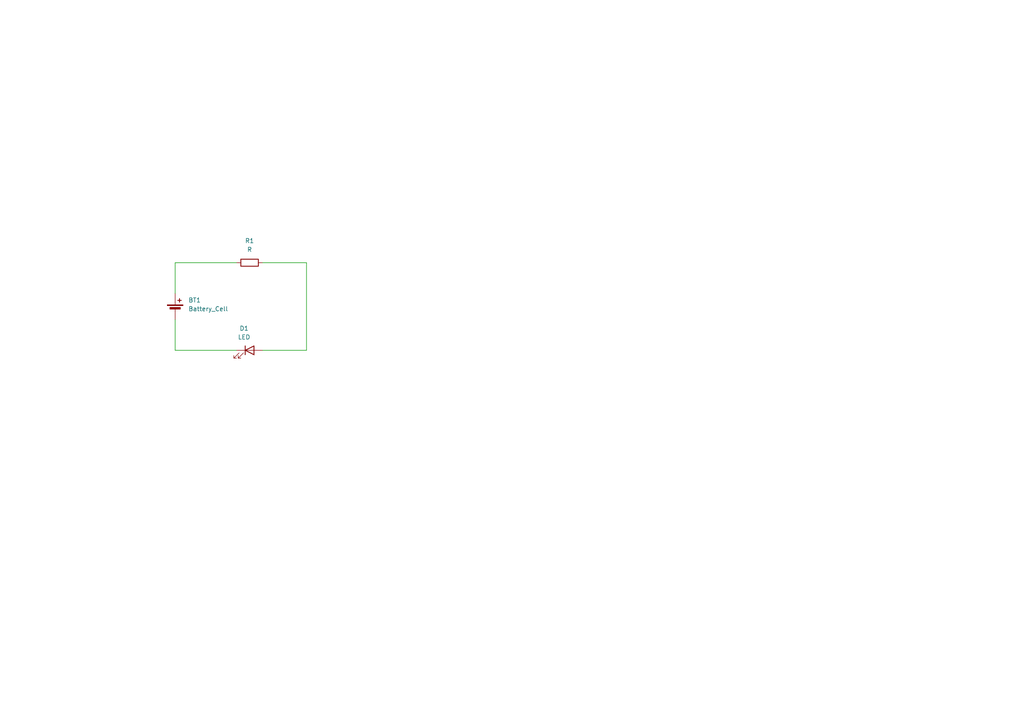
<source format=kicad_sch>
(kicad_sch (version 20231120) (generator "eeschema") (generator_version "8.0")
  (paper "A4")
  (title_block (title "LED Demo") (date "2024-10-08") (rev "1.0"))
  (lib_symbols
    (symbol "Device:Battery_Cell" (pin_numbers hide) (pin_names (offset 0) hide)
      (property "Reference" "BT" (at 2.54 2.54 0))
      (property "Value" "Battery_Cell" (at 2.54 0 0))
      (symbol "Battery_Cell_0_1"
        (rectangle (start -2.286 1.778) (end 2.286 1.524) (fill (type outline)))
        (rectangle (start -1.524 1.016) (end 1.524 0.508) (fill (type outline)))
        (polyline (pts (xy 0 0.762) (xy 0 0)))
        (polyline (pts (xy 0 1.778) (xy 0 2.54)))
        (polyline (pts (xy 0.762 3.048) (xy 1.778 3.048)) (stroke (width 0.254)))
        (polyline (pts (xy 1.27 3.556) (xy 1.27 2.54)) (stroke (width 0.254)))
      )
      (symbol "Battery_Cell_1_1"
        (pin passive line (at 0 5.08 270) (length 2.54) (name "+") (number "1"))
        (pin passive line (at 0 -2.54 90) (length 2.54) (name "-") (number "2"))
      )
    )
    (symbol "Device:LED" (pin_numbers hide) (pin_names (offset 1.016) hide)
      (property "Reference" "D" (at 0 2.54 0))
      (property "Value" "LED" (at 0 -2.54 0))
      (symbol "LED_0_1"
        (polyline (pts (xy -1.27 -1.27) (xy -1.27 1.27)) (stroke (width 0.254)))
        (polyline (pts (xy -1.27 0) (xy 1.27 0)))
        (polyline (pts (xy 1.27 -1.27) (xy 1.27 1.27) (xy -1.27 0) (xy 1.27 -1.27)) (stroke (width 0.254)))
        (polyline (pts (xy -3.048 -0.762) (xy -4.572 -2.286) (xy -3.81 -2.286) (xy -4.572 -2.286) (xy -4.572 -1.524)))
        (polyline (pts (xy -1.778 -0.762) (xy -3.302 -2.286) (xy -2.54 -2.286) (xy -3.302 -2.286) (xy -3.302 -1.524)))
      )
      (symbol "LED_1_1"
        (pin passive line (at -3.81 0 0) (length 2.54) (name "K") (number "1"))
        (pin passive line (at 3.81 0 180) (length 2.54) (name "A") (number "2"))
      )
    )
    (symbol "Device:R" (pin_numbers hide) (pin_names (offset 0))
      (property "Reference" "R" (at 2.032 0 90))
      (property "Value" "R" (at 0 0 90))
      (symbol "R_0_1"
        (rectangle (start -1.016 -2.54) (end 1.016 2.54) (stroke (width 0.254)))
      )
      (symbol "R_1_1"
        (pin passive line (at 0 3.81 270) (length 1.27) (name "~") (number "1"))
        (pin passive line (at 0 -3.81 90) (length 1.27) (name "~") (number "2"))
      )
    )
  )
  (wire (pts (xy 50.8 101.6) (xy 68.58 101.6)))
  (wire (pts (xy 68.58 76.2) (xy 50.8 76.2)))
  (wire (pts (xy 76.2 101.6) (xy 88.9 101.6)))
  (wire (pts (xy 88.9 101.6) (xy 88.9 76.2)))
  (wire (pts (xy 50.8 76.2) (xy 50.8 85.09)))
  (wire (pts (xy 76.2 76.2) (xy 88.9 76.2)))
  (wire (pts (xy 50.8 92.71) (xy 50.8 101.6)))
  (symbol (lib_id "Device:LED") (at 72.39 101.6 0) (unit 1)
    (property "Reference" "D1" (at 70.8025 95.25 0))
    (property "Value" "LED" (at 70.8025 97.79 0))
    (property "Footprint" "LED_SMD:LED_0805_2012Metric_Pad1.15x1.40mm_HandSolder" (effects (hide yes)))
    (property "Description" "Light emitting diode" (effects (hide yes)))
  )
  (symbol (lib_id "Device:Battery_Cell") (at 50.8 90.17 0) (unit 1)
    (property "Reference" "BT1" (at 54.61 87.0584 0) (effects (justify left)))
    (property "Value" "Battery_Cell" (at 54.61 89.5984 0) (effects (justify left)))
    (property "Footprint" "Battery:BatteryHolder_Seiko_MS621F" (effects (hide yes)))
    (property "Description" "Single-cell battery" (effects (hide yes)))
  )
  (symbol (lib_id "Device:R") (at 72.39 76.2 90) (unit 1)
    (property "Reference" "R1" (at 72.39 69.85 90))
    (property "Value" "R" (at 72.39 72.39 90))
    (property "Footprint" "Resistor_SMD:R_0805_2012Metric_Pad1.20x1.40mm_HandSolder" (effects (hide yes)))
    (property "Description" "Resistor" (effects (hide yes)))
  )
)
</source>
